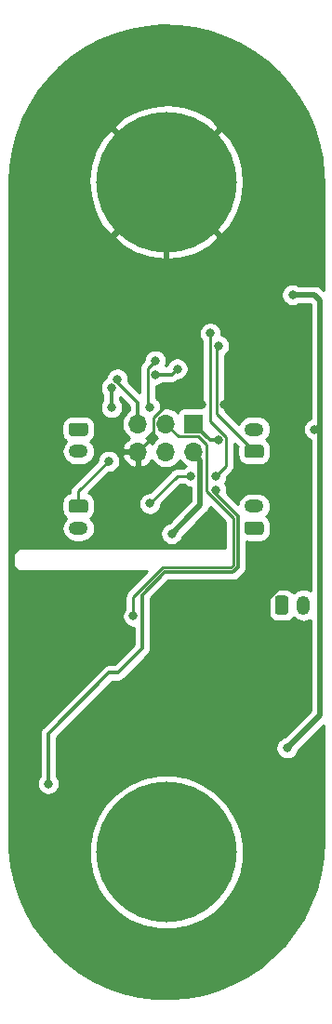
<source format=gbr>
G04 #@! TF.GenerationSoftware,KiCad,Pcbnew,5.1.10-88a1d61d58~88~ubuntu18.04.1*
G04 #@! TF.CreationDate,2021-11-17T21:44:28+08:00*
G04 #@! TF.ProjectId,ModuleV440,4d6f6475-6c65-4563-9434-302e6b696361,rev?*
G04 #@! TF.SameCoordinates,Original*
G04 #@! TF.FileFunction,Copper,L2,Bot*
G04 #@! TF.FilePolarity,Positive*
%FSLAX46Y46*%
G04 Gerber Fmt 4.6, Leading zero omitted, Abs format (unit mm)*
G04 Created by KiCad (PCBNEW 5.1.10-88a1d61d58~88~ubuntu18.04.1) date 2021-11-17 21:44:28*
%MOMM*%
%LPD*%
G01*
G04 APERTURE LIST*
G04 #@! TA.AperFunction,ComponentPad*
%ADD10R,1.700000X1.700000*%
G04 #@! TD*
G04 #@! TA.AperFunction,ComponentPad*
%ADD11O,1.700000X1.700000*%
G04 #@! TD*
G04 #@! TA.AperFunction,ComponentPad*
%ADD12O,1.750000X1.200000*%
G04 #@! TD*
G04 #@! TA.AperFunction,ComponentPad*
%ADD13O,1.200000X1.750000*%
G04 #@! TD*
G04 #@! TA.AperFunction,ComponentPad*
%ADD14C,0.900000*%
G04 #@! TD*
G04 #@! TA.AperFunction,ComponentPad*
%ADD15C,12.800000*%
G04 #@! TD*
G04 #@! TA.AperFunction,ViaPad*
%ADD16C,0.800000*%
G04 #@! TD*
G04 #@! TA.AperFunction,Conductor*
%ADD17C,0.500000*%
G04 #@! TD*
G04 #@! TA.AperFunction,Conductor*
%ADD18C,0.250000*%
G04 #@! TD*
G04 #@! TA.AperFunction,Conductor*
%ADD19C,1.000000*%
G04 #@! TD*
G04 #@! TA.AperFunction,Conductor*
%ADD20C,0.300000*%
G04 #@! TD*
G04 #@! TA.AperFunction,Conductor*
%ADD21C,0.254000*%
G04 #@! TD*
G04 #@! TA.AperFunction,Conductor*
%ADD22C,0.100000*%
G04 #@! TD*
G04 APERTURE END LIST*
D10*
X119417600Y-66837600D03*
D11*
X119417600Y-69377600D03*
X116877600Y-66837600D03*
X116877600Y-69377600D03*
X114337600Y-66837600D03*
X114337600Y-69377600D03*
D12*
X124917600Y-74337600D03*
G04 #@! TA.AperFunction,ComponentPad*
G36*
G01*
X125542601Y-76937600D02*
X124292599Y-76937600D01*
G75*
G02*
X124042600Y-76687601I0J249999D01*
G01*
X124042600Y-75987599D01*
G75*
G02*
X124292599Y-75737600I249999J0D01*
G01*
X125542601Y-75737600D01*
G75*
G02*
X125792600Y-75987599I0J-249999D01*
G01*
X125792600Y-76687601D01*
G75*
G02*
X125542601Y-76937600I-249999J0D01*
G01*
G37*
G04 #@! TD.AperFunction*
X108917600Y-76337600D03*
G04 #@! TA.AperFunction,ComponentPad*
G36*
G01*
X108292599Y-73737600D02*
X109542601Y-73737600D01*
G75*
G02*
X109792600Y-73987599I0J-249999D01*
G01*
X109792600Y-74687601D01*
G75*
G02*
X109542601Y-74937600I-249999J0D01*
G01*
X108292599Y-74937600D01*
G75*
G02*
X108042600Y-74687601I0J249999D01*
G01*
X108042600Y-73987599D01*
G75*
G02*
X108292599Y-73737600I249999J0D01*
G01*
G37*
G04 #@! TD.AperFunction*
D13*
X129417600Y-83337600D03*
G04 #@! TA.AperFunction,ComponentPad*
G36*
G01*
X126817600Y-83962601D02*
X126817600Y-82712599D01*
G75*
G02*
X127067599Y-82462600I249999J0D01*
G01*
X127767601Y-82462600D01*
G75*
G02*
X128017600Y-82712599I0J-249999D01*
G01*
X128017600Y-83962601D01*
G75*
G02*
X127767601Y-84212600I-249999J0D01*
G01*
X127067599Y-84212600D01*
G75*
G02*
X126817600Y-83962601I0J249999D01*
G01*
G37*
G04 #@! TD.AperFunction*
D12*
X124917600Y-67337600D03*
G04 #@! TA.AperFunction,ComponentPad*
G36*
G01*
X125542601Y-69937600D02*
X124292599Y-69937600D01*
G75*
G02*
X124042600Y-69687601I0J249999D01*
G01*
X124042600Y-68987599D01*
G75*
G02*
X124292599Y-68737600I249999J0D01*
G01*
X125542601Y-68737600D01*
G75*
G02*
X125792600Y-68987599I0J-249999D01*
G01*
X125792600Y-69687601D01*
G75*
G02*
X125542601Y-69937600I-249999J0D01*
G01*
G37*
G04 #@! TD.AperFunction*
G04 #@! TA.AperFunction,ComponentPad*
G36*
G01*
X108292599Y-66737600D02*
X109542601Y-66737600D01*
G75*
G02*
X109792600Y-66987599I0J-249999D01*
G01*
X109792600Y-67687601D01*
G75*
G02*
X109542601Y-67937600I-249999J0D01*
G01*
X108292599Y-67937600D01*
G75*
G02*
X108042600Y-67687601I0J249999D01*
G01*
X108042600Y-66987599D01*
G75*
G02*
X108292599Y-66737600I249999J0D01*
G01*
G37*
G04 #@! TD.AperFunction*
X108917600Y-69337600D03*
D14*
X120311713Y-41443487D03*
X116917600Y-40037600D03*
X113523487Y-41443487D03*
X112117600Y-44837600D03*
X113523487Y-48231713D03*
X116917600Y-49637600D03*
X120311713Y-48231713D03*
X121717600Y-44837600D03*
D15*
X116917600Y-44837600D03*
D14*
X120311713Y-102443487D03*
X116917600Y-101037600D03*
X113523487Y-102443487D03*
X112117600Y-105837600D03*
X113523487Y-109231713D03*
X116917600Y-110637600D03*
X120311713Y-109231713D03*
X121717600Y-105837600D03*
D15*
X116917600Y-105837600D03*
D16*
X107667600Y-103087600D03*
X127417600Y-102337600D03*
X116917600Y-52337600D03*
X109417600Y-52337600D03*
X117917600Y-56337600D03*
X105417600Y-56837600D03*
X129417600Y-58837600D03*
X111917600Y-75337600D03*
X122167600Y-65087600D03*
X120167600Y-65087600D03*
X128417600Y-91337600D03*
X107417600Y-85837600D03*
X107417600Y-91337600D03*
X114417600Y-91337600D03*
X121417600Y-91337600D03*
X107917600Y-110837600D03*
X111417600Y-113837600D03*
X116917600Y-115337600D03*
X122417600Y-113837600D03*
X125917600Y-110837600D03*
X110417600Y-97837600D03*
X126417600Y-79337600D03*
X127917600Y-72337600D03*
X104917600Y-76337600D03*
X104917600Y-68337600D03*
X111417600Y-67837600D03*
X111417600Y-73337600D03*
X129017601Y-65237599D03*
X104917600Y-52337600D03*
X106417600Y-46837600D03*
X106417600Y-40837600D03*
X110917600Y-36337600D03*
X116917600Y-34337600D03*
X122917600Y-36337600D03*
X126917600Y-40837600D03*
X126917600Y-46837600D03*
X126917600Y-51337600D03*
X121417600Y-84337600D03*
X127917600Y-96337600D03*
X130417600Y-67337600D03*
X117417600Y-76837600D03*
X128417600Y-55087600D03*
X121667600Y-59737610D03*
X111667600Y-70227611D03*
X115917600Y-62337600D03*
X117917600Y-61837600D03*
X120917600Y-58587600D03*
X121417600Y-71587600D03*
X119167600Y-71587600D03*
X115417600Y-74087600D03*
X115917600Y-61087600D03*
X115417600Y-65337600D03*
X112464585Y-62770879D03*
X111917600Y-63547610D03*
X111917600Y-65337600D03*
X121417600Y-72837600D03*
X106165151Y-99590049D03*
X113917600Y-84337600D03*
X121667600Y-68337600D03*
D17*
X116917600Y-44837600D02*
X116917600Y-52337600D01*
X116917600Y-44837600D02*
X109417600Y-52337600D01*
X117917600Y-53337600D02*
X116917600Y-52337600D01*
X117917600Y-56337600D02*
X117917600Y-53337600D01*
X106917600Y-52337600D02*
X109417600Y-52337600D01*
X105417600Y-56837600D02*
X105417600Y-53837600D01*
X105417600Y-53837600D02*
X106917600Y-52337600D01*
X129417600Y-58837600D02*
X122917600Y-52337600D01*
X122917600Y-52337600D02*
X116917600Y-52337600D01*
D18*
X114337600Y-72917600D02*
X114337600Y-69377600D01*
X111917600Y-75337600D02*
X114337600Y-72917600D01*
X115752599Y-67962601D02*
X114337600Y-69377600D01*
X115752599Y-66297599D02*
X115752599Y-67962601D01*
X116962598Y-65087600D02*
X115752599Y-66297599D01*
X120167600Y-65087600D02*
X116962598Y-65087600D01*
D19*
X121417600Y-113837600D02*
X126917600Y-108337600D01*
X107667600Y-109087600D02*
X112417600Y-113837600D01*
X127417600Y-107837600D02*
X127417600Y-102337600D01*
X112417600Y-113837600D02*
X121417600Y-113837600D01*
X107667600Y-103087600D02*
X107667600Y-109087600D01*
X129017601Y-79489789D02*
X129017601Y-65237599D01*
X125917600Y-82589790D02*
X129017601Y-79489789D01*
X125917600Y-100837600D02*
X125917600Y-82589790D01*
X129017601Y-59237599D02*
X129417600Y-58837600D01*
X127417600Y-102337600D02*
X125917600Y-100837600D01*
X126917600Y-108337600D02*
X127417600Y-107837600D01*
X129017601Y-65237599D02*
X129017601Y-59237599D01*
D17*
X127917600Y-96337600D02*
X130917600Y-93337600D01*
D20*
X130917600Y-66837600D02*
X130917600Y-66337600D01*
X130417600Y-67337600D02*
X130917600Y-66837600D01*
D17*
X130917600Y-93337600D02*
X130917600Y-66337600D01*
X130917600Y-66337600D02*
X130917600Y-63717600D01*
X119417600Y-69587600D02*
X120017591Y-70187591D01*
X119417600Y-69377600D02*
X119417600Y-69587600D01*
X120017591Y-74237609D02*
X119167600Y-75087600D01*
X120017591Y-70187591D02*
X120017591Y-74237609D01*
X119167600Y-75087600D02*
X117417600Y-76837600D01*
X130417600Y-55087600D02*
X130917600Y-55587600D01*
X128417600Y-55087600D02*
X130417600Y-55087600D01*
X130917600Y-63717600D02*
X130917600Y-55587600D01*
D18*
X108917600Y-74337600D02*
X108917600Y-72977611D01*
X108917600Y-72977611D02*
X111667600Y-70227611D01*
X121492599Y-59912611D02*
X121667600Y-59737610D01*
X124917600Y-69337600D02*
X121492599Y-65912599D01*
X121492599Y-65912599D02*
X121492599Y-59912611D01*
D20*
X115917600Y-62337600D02*
X117417600Y-62337600D01*
X117417600Y-62337600D02*
X117917600Y-61837600D01*
D18*
X122342601Y-70662599D02*
X121417600Y-71587600D01*
X122342601Y-68013599D02*
X122342601Y-70662599D01*
X120917600Y-58587600D02*
X120917600Y-66588598D01*
X120917600Y-66588598D02*
X122342601Y-68013599D01*
X119167600Y-71587600D02*
X117917600Y-71587600D01*
X117917600Y-71587600D02*
X115417600Y-74087600D01*
X115242599Y-65162599D02*
X115417600Y-65337600D01*
X115917600Y-61087600D02*
X115242599Y-61762601D01*
X115242599Y-61762601D02*
X115242599Y-65162599D01*
D20*
X114337600Y-64931608D02*
X114337600Y-66837600D01*
X112464585Y-63058593D02*
X114337600Y-64931608D01*
X112464585Y-62770879D02*
X112464585Y-63058593D01*
X111917600Y-63547610D02*
X111917600Y-65337600D01*
X111717600Y-89501596D02*
X112503604Y-89501596D01*
X114717600Y-87287600D02*
X114717600Y-82401190D01*
X123417620Y-75237212D02*
X121417600Y-73237192D01*
X112503604Y-89501596D02*
X114717600Y-87287600D01*
X106165151Y-95054045D02*
X111717600Y-89501596D01*
X122978268Y-80337620D02*
X123417620Y-79898267D01*
X123417620Y-79898267D02*
X123417620Y-75237212D01*
X121417600Y-73237192D02*
X121417600Y-72837600D01*
X106165151Y-99590049D02*
X106165151Y-95054045D01*
X114717600Y-82401190D02*
X116781170Y-80337620D01*
X116781170Y-80337620D02*
X122978268Y-80337620D01*
D18*
X113917600Y-82600136D02*
X116605126Y-79912610D01*
X118002601Y-67962601D02*
X116877600Y-66837600D01*
X122992610Y-75413256D02*
X120542601Y-72963247D01*
X122992610Y-79722223D02*
X122992610Y-75413256D01*
X116605126Y-79912610D02*
X122802223Y-79912610D01*
X120542601Y-68712601D02*
X119792601Y-67962601D01*
X119792601Y-67962601D02*
X118002601Y-67962601D01*
X122802223Y-79912610D02*
X122992610Y-79722223D01*
X120542601Y-72963247D02*
X120542601Y-68712601D01*
X113917600Y-84337600D02*
X113917600Y-82600136D01*
D20*
X120917600Y-68337600D02*
X119417600Y-66837600D01*
X121667600Y-68337600D02*
X120917600Y-68337600D01*
D21*
X118013847Y-30590656D02*
X119472515Y-30778809D01*
X120904115Y-31115907D01*
X122293497Y-31598382D01*
X123625901Y-32221108D01*
X124887254Y-32977508D01*
X126064163Y-33859552D01*
X127144173Y-34857901D01*
X128115841Y-35961983D01*
X128968870Y-37160096D01*
X129694224Y-38439547D01*
X130284212Y-39786773D01*
X130732595Y-41187520D01*
X131034616Y-42626934D01*
X131188008Y-44098718D01*
X131207600Y-44846906D01*
X131207600Y-54626022D01*
X131074134Y-54492556D01*
X131046417Y-54458783D01*
X130911659Y-54348189D01*
X130757913Y-54266011D01*
X130591090Y-54215405D01*
X130461077Y-54202600D01*
X130461069Y-54202600D01*
X130417600Y-54198319D01*
X130374131Y-54202600D01*
X128956054Y-54202600D01*
X128907856Y-54170395D01*
X128719498Y-54092374D01*
X128519539Y-54052600D01*
X128315661Y-54052600D01*
X128115702Y-54092374D01*
X127927344Y-54170395D01*
X127757826Y-54283663D01*
X127613663Y-54427826D01*
X127500395Y-54597344D01*
X127422374Y-54785702D01*
X127382600Y-54985661D01*
X127382600Y-55189539D01*
X127422374Y-55389498D01*
X127500395Y-55577856D01*
X127613663Y-55747374D01*
X127757826Y-55891537D01*
X127927344Y-56004805D01*
X128115702Y-56082826D01*
X128315661Y-56122600D01*
X128519539Y-56122600D01*
X128719498Y-56082826D01*
X128907856Y-56004805D01*
X128956054Y-55972600D01*
X130032601Y-55972600D01*
X130032600Y-63761076D01*
X130032601Y-63761086D01*
X130032600Y-66376796D01*
X129927344Y-66420395D01*
X129757826Y-66533663D01*
X129613663Y-66677826D01*
X129500395Y-66847344D01*
X129422374Y-67035702D01*
X129382600Y-67235661D01*
X129382600Y-67439539D01*
X129422374Y-67639498D01*
X129500395Y-67827856D01*
X129613663Y-67997374D01*
X129757826Y-68141537D01*
X129927344Y-68254805D01*
X130032601Y-68298404D01*
X130032600Y-81990974D01*
X129892500Y-81916089D01*
X129659701Y-81845470D01*
X129417600Y-81821625D01*
X129175498Y-81845470D01*
X128942699Y-81916089D01*
X128728151Y-82030767D01*
X128540098Y-82185098D01*
X128508409Y-82223711D01*
X128506005Y-82219213D01*
X128395562Y-82084638D01*
X128260987Y-81974195D01*
X128107451Y-81892128D01*
X127940855Y-81841592D01*
X127767601Y-81824528D01*
X127067599Y-81824528D01*
X126894345Y-81841592D01*
X126727749Y-81892128D01*
X126574213Y-81974195D01*
X126439638Y-82084638D01*
X126329195Y-82219213D01*
X126247128Y-82372749D01*
X126196592Y-82539345D01*
X126179528Y-82712599D01*
X126179528Y-83962601D01*
X126196592Y-84135855D01*
X126247128Y-84302451D01*
X126329195Y-84455987D01*
X126439638Y-84590562D01*
X126574213Y-84701005D01*
X126727749Y-84783072D01*
X126894345Y-84833608D01*
X127067599Y-84850672D01*
X127767601Y-84850672D01*
X127940855Y-84833608D01*
X128107451Y-84783072D01*
X128260987Y-84701005D01*
X128395562Y-84590562D01*
X128506005Y-84455987D01*
X128508410Y-84451488D01*
X128540099Y-84490102D01*
X128728152Y-84644433D01*
X128942700Y-84759111D01*
X129175499Y-84829730D01*
X129417600Y-84853575D01*
X129659702Y-84829730D01*
X129892501Y-84759111D01*
X130032600Y-84684227D01*
X130032600Y-92971021D01*
X127672557Y-95331065D01*
X127615702Y-95342374D01*
X127427344Y-95420395D01*
X127257826Y-95533663D01*
X127113663Y-95677826D01*
X127000395Y-95847344D01*
X126922374Y-96035702D01*
X126882600Y-96235661D01*
X126882600Y-96439539D01*
X126922374Y-96639498D01*
X127000395Y-96827856D01*
X127113663Y-96997374D01*
X127257826Y-97141537D01*
X127427344Y-97254805D01*
X127615702Y-97332826D01*
X127815661Y-97372600D01*
X128019539Y-97372600D01*
X128219498Y-97332826D01*
X128407856Y-97254805D01*
X128577374Y-97141537D01*
X128721537Y-96997374D01*
X128834805Y-96827856D01*
X128912826Y-96639498D01*
X128924135Y-96582643D01*
X131207601Y-94299178D01*
X131207601Y-104819301D01*
X131130966Y-106306409D01*
X130904694Y-107759650D01*
X130530233Y-109181952D01*
X130011562Y-110558205D01*
X129354160Y-111873873D01*
X128565009Y-113114981D01*
X127652455Y-114268405D01*
X126626179Y-115321906D01*
X125497034Y-116264344D01*
X124277012Y-117085711D01*
X122979006Y-117777327D01*
X121616793Y-118331850D01*
X120204796Y-118743409D01*
X118757975Y-119007645D01*
X117291643Y-119121761D01*
X115821353Y-119084544D01*
X114362685Y-118896391D01*
X112931083Y-118559293D01*
X111541711Y-118076821D01*
X110209302Y-117454094D01*
X108947946Y-116697692D01*
X107771037Y-115815648D01*
X106691019Y-114817290D01*
X105719357Y-113713215D01*
X104866330Y-112515104D01*
X104140976Y-111235653D01*
X103550988Y-109888427D01*
X103102605Y-108487680D01*
X102800584Y-107048264D01*
X102647192Y-105576482D01*
X102635886Y-105144713D01*
X109882600Y-105144713D01*
X109882600Y-106530487D01*
X110152951Y-107889634D01*
X110683264Y-109169922D01*
X111453159Y-110322151D01*
X112433049Y-111302041D01*
X113585278Y-112071936D01*
X114865566Y-112602249D01*
X116224713Y-112872600D01*
X117610487Y-112872600D01*
X118969634Y-112602249D01*
X120249922Y-112071936D01*
X121402151Y-111302041D01*
X122382041Y-110322151D01*
X123151936Y-109169922D01*
X123682249Y-107889634D01*
X123952600Y-106530487D01*
X123952600Y-105144713D01*
X123682249Y-103785566D01*
X123151936Y-102505278D01*
X122382041Y-101353049D01*
X121402151Y-100373159D01*
X120249922Y-99603264D01*
X118969634Y-99072951D01*
X117610487Y-98802600D01*
X116224713Y-98802600D01*
X114865566Y-99072951D01*
X113585278Y-99603264D01*
X112433049Y-100373159D01*
X111453159Y-101353049D01*
X110683264Y-102505278D01*
X110152951Y-103785566D01*
X109882600Y-105144713D01*
X102635886Y-105144713D01*
X102627600Y-104828294D01*
X102627600Y-101909408D01*
X102647407Y-98334298D01*
X102647612Y-98332211D01*
X102647600Y-98299548D01*
X102647782Y-98266658D01*
X102647587Y-98264556D01*
X102640320Y-78837600D01*
X102979286Y-78837600D01*
X102982600Y-78871247D01*
X102982600Y-79553953D01*
X102979286Y-79587600D01*
X102992512Y-79721883D01*
X103031681Y-79851006D01*
X103095288Y-79970007D01*
X103180889Y-80074311D01*
X103285193Y-80159912D01*
X103404194Y-80223519D01*
X103533317Y-80262688D01*
X103633953Y-80272600D01*
X103667600Y-80275914D01*
X103701247Y-80272600D01*
X115170334Y-80272600D01*
X113406598Y-82036337D01*
X113377600Y-82060135D01*
X113353802Y-82089133D01*
X113353801Y-82089134D01*
X113282626Y-82175860D01*
X113212054Y-82307890D01*
X113168598Y-82451151D01*
X113153924Y-82600136D01*
X113157601Y-82637468D01*
X113157600Y-83633889D01*
X113113663Y-83677826D01*
X113000395Y-83847344D01*
X112922374Y-84035702D01*
X112882600Y-84235661D01*
X112882600Y-84439539D01*
X112922374Y-84639498D01*
X113000395Y-84827856D01*
X113113663Y-84997374D01*
X113257826Y-85141537D01*
X113427344Y-85254805D01*
X113615702Y-85332826D01*
X113815661Y-85372600D01*
X113932600Y-85372600D01*
X113932600Y-86962442D01*
X112178447Y-88716596D01*
X111756156Y-88716596D01*
X111717600Y-88712799D01*
X111679044Y-88716596D01*
X111679039Y-88716596D01*
X111638626Y-88720576D01*
X111563713Y-88727954D01*
X111415740Y-88772842D01*
X111279367Y-88845734D01*
X111159836Y-88943832D01*
X111135255Y-88973784D01*
X105637336Y-94471703D01*
X105607388Y-94496281D01*
X105582810Y-94526229D01*
X105582806Y-94526233D01*
X105549841Y-94566401D01*
X105509290Y-94615812D01*
X105470328Y-94688705D01*
X105436397Y-94752186D01*
X105391510Y-94900159D01*
X105376354Y-95054045D01*
X105380152Y-95092608D01*
X105380151Y-98911338D01*
X105361214Y-98930275D01*
X105247946Y-99099793D01*
X105169925Y-99288151D01*
X105130151Y-99488110D01*
X105130151Y-99691988D01*
X105169925Y-99891947D01*
X105247946Y-100080305D01*
X105361214Y-100249823D01*
X105505377Y-100393986D01*
X105674895Y-100507254D01*
X105863253Y-100585275D01*
X106063212Y-100625049D01*
X106267090Y-100625049D01*
X106467049Y-100585275D01*
X106655407Y-100507254D01*
X106824925Y-100393986D01*
X106969088Y-100249823D01*
X107082356Y-100080305D01*
X107160377Y-99891947D01*
X107200151Y-99691988D01*
X107200151Y-99488110D01*
X107160377Y-99288151D01*
X107082356Y-99099793D01*
X106969088Y-98930275D01*
X106950151Y-98911338D01*
X106950151Y-95379202D01*
X112042757Y-90286596D01*
X112465051Y-90286596D01*
X112503604Y-90290393D01*
X112542157Y-90286596D01*
X112542165Y-90286596D01*
X112657491Y-90275237D01*
X112805464Y-90230350D01*
X112941837Y-90157458D01*
X113061368Y-90059360D01*
X113085951Y-90029406D01*
X115245417Y-87869941D01*
X115275364Y-87845364D01*
X115373462Y-87725833D01*
X115446354Y-87589460D01*
X115491241Y-87441487D01*
X115502600Y-87326161D01*
X115502600Y-87326154D01*
X115506397Y-87287601D01*
X115502600Y-87249048D01*
X115502600Y-82726347D01*
X117106327Y-81122620D01*
X122939713Y-81122620D01*
X122978268Y-81126417D01*
X123016821Y-81122620D01*
X123016829Y-81122620D01*
X123132155Y-81111261D01*
X123280128Y-81066374D01*
X123416501Y-80993482D01*
X123536032Y-80895384D01*
X123560620Y-80865424D01*
X123945426Y-80480617D01*
X123975384Y-80456031D01*
X124073482Y-80336500D01*
X124146374Y-80200127D01*
X124191261Y-80052154D01*
X124202620Y-79936828D01*
X124202620Y-79936820D01*
X124206417Y-79898267D01*
X124202620Y-79859714D01*
X124202620Y-77566810D01*
X124292599Y-77575672D01*
X125542601Y-77575672D01*
X125715855Y-77558608D01*
X125882451Y-77508072D01*
X126035987Y-77426005D01*
X126170562Y-77315562D01*
X126281005Y-77180987D01*
X126363072Y-77027451D01*
X126413608Y-76860855D01*
X126430672Y-76687601D01*
X126430672Y-75987599D01*
X126413608Y-75814345D01*
X126363072Y-75647749D01*
X126281005Y-75494213D01*
X126170562Y-75359638D01*
X126035987Y-75249195D01*
X126031489Y-75246791D01*
X126070102Y-75215102D01*
X126224433Y-75027049D01*
X126339111Y-74812501D01*
X126409730Y-74579702D01*
X126433575Y-74337600D01*
X126409730Y-74095498D01*
X126339111Y-73862699D01*
X126224433Y-73648151D01*
X126070102Y-73460098D01*
X125882049Y-73305767D01*
X125667501Y-73191089D01*
X125434702Y-73120470D01*
X125253265Y-73102600D01*
X124581935Y-73102600D01*
X124400498Y-73120470D01*
X124167699Y-73191089D01*
X123953151Y-73305767D01*
X123765098Y-73460098D01*
X123610767Y-73648151D01*
X123496089Y-73862699D01*
X123425470Y-74095498D01*
X123421937Y-74131371D01*
X122415686Y-73125121D01*
X122452600Y-72939539D01*
X122452600Y-72735661D01*
X122412826Y-72535702D01*
X122334805Y-72347344D01*
X122244772Y-72212600D01*
X122334805Y-72077856D01*
X122412826Y-71889498D01*
X122452600Y-71689539D01*
X122452600Y-71627402D01*
X122853604Y-71226398D01*
X122882602Y-71202600D01*
X122930024Y-71144816D01*
X122977575Y-71086876D01*
X123048147Y-70954846D01*
X123056343Y-70927826D01*
X123091604Y-70811585D01*
X123102601Y-70699932D01*
X123102601Y-70699922D01*
X123106277Y-70662599D01*
X123102601Y-70625276D01*
X123102601Y-68597403D01*
X123412442Y-68907244D01*
X123404528Y-68987599D01*
X123404528Y-69687601D01*
X123421592Y-69860855D01*
X123472128Y-70027451D01*
X123554195Y-70180987D01*
X123664638Y-70315562D01*
X123799213Y-70426005D01*
X123952749Y-70508072D01*
X124119345Y-70558608D01*
X124292599Y-70575672D01*
X125542601Y-70575672D01*
X125715855Y-70558608D01*
X125882451Y-70508072D01*
X126035987Y-70426005D01*
X126170562Y-70315562D01*
X126281005Y-70180987D01*
X126363072Y-70027451D01*
X126413608Y-69860855D01*
X126430672Y-69687601D01*
X126430672Y-68987599D01*
X126413608Y-68814345D01*
X126363072Y-68647749D01*
X126281005Y-68494213D01*
X126170562Y-68359638D01*
X126035987Y-68249195D01*
X126031489Y-68246791D01*
X126070102Y-68215102D01*
X126224433Y-68027049D01*
X126339111Y-67812501D01*
X126409730Y-67579702D01*
X126433575Y-67337600D01*
X126409730Y-67095498D01*
X126339111Y-66862699D01*
X126224433Y-66648151D01*
X126070102Y-66460098D01*
X125882049Y-66305767D01*
X125667501Y-66191089D01*
X125434702Y-66120470D01*
X125253265Y-66102600D01*
X124581935Y-66102600D01*
X124400498Y-66120470D01*
X124167699Y-66191089D01*
X123953151Y-66305767D01*
X123765098Y-66460098D01*
X123610767Y-66648151D01*
X123503547Y-66848746D01*
X122252599Y-65597798D01*
X122252599Y-60591510D01*
X122327374Y-60541547D01*
X122471537Y-60397384D01*
X122584805Y-60227866D01*
X122662826Y-60039508D01*
X122702600Y-59839549D01*
X122702600Y-59635671D01*
X122662826Y-59435712D01*
X122584805Y-59247354D01*
X122471537Y-59077836D01*
X122327374Y-58933673D01*
X122157856Y-58820405D01*
X121969498Y-58742384D01*
X121943132Y-58737139D01*
X121952600Y-58689539D01*
X121952600Y-58485661D01*
X121912826Y-58285702D01*
X121834805Y-58097344D01*
X121721537Y-57927826D01*
X121577374Y-57783663D01*
X121407856Y-57670395D01*
X121219498Y-57592374D01*
X121019539Y-57552600D01*
X120815661Y-57552600D01*
X120615702Y-57592374D01*
X120427344Y-57670395D01*
X120257826Y-57783663D01*
X120113663Y-57927826D01*
X120000395Y-58097344D01*
X119922374Y-58285702D01*
X119882600Y-58485661D01*
X119882600Y-58689539D01*
X119922374Y-58889498D01*
X120000395Y-59077856D01*
X120113663Y-59247374D01*
X120157600Y-59291311D01*
X120157601Y-65349528D01*
X118567600Y-65349528D01*
X118443118Y-65361788D01*
X118323420Y-65398098D01*
X118213106Y-65457063D01*
X118116415Y-65536415D01*
X118037063Y-65633106D01*
X117978098Y-65743420D01*
X117956087Y-65815980D01*
X117824232Y-65684125D01*
X117581011Y-65521610D01*
X117310758Y-65409668D01*
X117023860Y-65352600D01*
X116731340Y-65352600D01*
X116452600Y-65408045D01*
X116452600Y-65235661D01*
X116412826Y-65035702D01*
X116334805Y-64847344D01*
X116221537Y-64677826D01*
X116077374Y-64533663D01*
X116002599Y-64483700D01*
X116002599Y-63372600D01*
X116019539Y-63372600D01*
X116219498Y-63332826D01*
X116407856Y-63254805D01*
X116577374Y-63141537D01*
X116596311Y-63122600D01*
X117379047Y-63122600D01*
X117417600Y-63126397D01*
X117456153Y-63122600D01*
X117456161Y-63122600D01*
X117571487Y-63111241D01*
X117719460Y-63066354D01*
X117855833Y-62993462D01*
X117975364Y-62895364D01*
X117994046Y-62872600D01*
X118019539Y-62872600D01*
X118219498Y-62832826D01*
X118407856Y-62754805D01*
X118577374Y-62641537D01*
X118721537Y-62497374D01*
X118834805Y-62327856D01*
X118912826Y-62139498D01*
X118952600Y-61939539D01*
X118952600Y-61735661D01*
X118912826Y-61535702D01*
X118834805Y-61347344D01*
X118721537Y-61177826D01*
X118577374Y-61033663D01*
X118407856Y-60920395D01*
X118219498Y-60842374D01*
X118019539Y-60802600D01*
X117815661Y-60802600D01*
X117615702Y-60842374D01*
X117427344Y-60920395D01*
X117257826Y-61033663D01*
X117113663Y-61177826D01*
X117000395Y-61347344D01*
X116922374Y-61535702D01*
X116919013Y-61552600D01*
X116845266Y-61552600D01*
X116912826Y-61389498D01*
X116952600Y-61189539D01*
X116952600Y-60985661D01*
X116912826Y-60785702D01*
X116834805Y-60597344D01*
X116721537Y-60427826D01*
X116577374Y-60283663D01*
X116407856Y-60170395D01*
X116219498Y-60092374D01*
X116019539Y-60052600D01*
X115815661Y-60052600D01*
X115615702Y-60092374D01*
X115427344Y-60170395D01*
X115257826Y-60283663D01*
X115113663Y-60427826D01*
X115000395Y-60597344D01*
X114922374Y-60785702D01*
X114882600Y-60985661D01*
X114882600Y-61047799D01*
X114731601Y-61198798D01*
X114702598Y-61222600D01*
X114655626Y-61279836D01*
X114607625Y-61338325D01*
X114537054Y-61470354D01*
X114537053Y-61470355D01*
X114493596Y-61613616D01*
X114482599Y-61725269D01*
X114482599Y-61725279D01*
X114478923Y-61762601D01*
X114482599Y-61799924D01*
X114482600Y-63966450D01*
X113481232Y-62965083D01*
X113499585Y-62872818D01*
X113499585Y-62668940D01*
X113459811Y-62468981D01*
X113381790Y-62280623D01*
X113268522Y-62111105D01*
X113124359Y-61966942D01*
X112954841Y-61853674D01*
X112766483Y-61775653D01*
X112566524Y-61735879D01*
X112362646Y-61735879D01*
X112162687Y-61775653D01*
X111974329Y-61853674D01*
X111804811Y-61966942D01*
X111660648Y-62111105D01*
X111547380Y-62280623D01*
X111469359Y-62468981D01*
X111438139Y-62625933D01*
X111427344Y-62630405D01*
X111257826Y-62743673D01*
X111113663Y-62887836D01*
X111000395Y-63057354D01*
X110922374Y-63245712D01*
X110882600Y-63445671D01*
X110882600Y-63649549D01*
X110922374Y-63849508D01*
X111000395Y-64037866D01*
X111113663Y-64207384D01*
X111132600Y-64226321D01*
X111132601Y-64658888D01*
X111113663Y-64677826D01*
X111000395Y-64847344D01*
X110922374Y-65035702D01*
X110882600Y-65235661D01*
X110882600Y-65439539D01*
X110922374Y-65639498D01*
X111000395Y-65827856D01*
X111113663Y-65997374D01*
X111257826Y-66141537D01*
X111427344Y-66254805D01*
X111615702Y-66332826D01*
X111815661Y-66372600D01*
X112019539Y-66372600D01*
X112219498Y-66332826D01*
X112407856Y-66254805D01*
X112577374Y-66141537D01*
X112721537Y-65997374D01*
X112834805Y-65827856D01*
X112912826Y-65639498D01*
X112952600Y-65439539D01*
X112952600Y-65235661D01*
X112912826Y-65035702D01*
X112834805Y-64847344D01*
X112721537Y-64677826D01*
X112702600Y-64658889D01*
X112702600Y-64406765D01*
X113552600Y-65256766D01*
X113552600Y-65576126D01*
X113390968Y-65684125D01*
X113184125Y-65890968D01*
X113021610Y-66134189D01*
X112909668Y-66404442D01*
X112852600Y-66691340D01*
X112852600Y-66983860D01*
X112909668Y-67270758D01*
X113021610Y-67541011D01*
X113184125Y-67784232D01*
X113390968Y-67991075D01*
X113567006Y-68108700D01*
X113337331Y-68280012D01*
X113142422Y-68496245D01*
X112993443Y-68746348D01*
X112896119Y-69020709D01*
X113016786Y-69250600D01*
X114210600Y-69250600D01*
X114210600Y-69230600D01*
X114464600Y-69230600D01*
X114464600Y-69250600D01*
X114484600Y-69250600D01*
X114484600Y-69504600D01*
X114464600Y-69504600D01*
X114464600Y-70697755D01*
X114694490Y-70819076D01*
X114841699Y-70774425D01*
X115104520Y-70649241D01*
X115337869Y-70475188D01*
X115532778Y-70258955D01*
X115602405Y-70142066D01*
X115724125Y-70324232D01*
X115930968Y-70531075D01*
X116174189Y-70693590D01*
X116444442Y-70805532D01*
X116731340Y-70862600D01*
X117023860Y-70862600D01*
X117310758Y-70805532D01*
X117581011Y-70693590D01*
X117824232Y-70531075D01*
X118031075Y-70324232D01*
X118147600Y-70149840D01*
X118264125Y-70324232D01*
X118470968Y-70531075D01*
X118678660Y-70669850D01*
X118677344Y-70670395D01*
X118507826Y-70783663D01*
X118463889Y-70827600D01*
X117954923Y-70827600D01*
X117917600Y-70823924D01*
X117880277Y-70827600D01*
X117880267Y-70827600D01*
X117768614Y-70838597D01*
X117625353Y-70882054D01*
X117493323Y-70952626D01*
X117424414Y-71009179D01*
X117377599Y-71047599D01*
X117353801Y-71076597D01*
X115377799Y-73052600D01*
X115315661Y-73052600D01*
X115115702Y-73092374D01*
X114927344Y-73170395D01*
X114757826Y-73283663D01*
X114613663Y-73427826D01*
X114500395Y-73597344D01*
X114422374Y-73785702D01*
X114382600Y-73985661D01*
X114382600Y-74189539D01*
X114422374Y-74389498D01*
X114500395Y-74577856D01*
X114613663Y-74747374D01*
X114757826Y-74891537D01*
X114927344Y-75004805D01*
X115115702Y-75082826D01*
X115315661Y-75122600D01*
X115519539Y-75122600D01*
X115719498Y-75082826D01*
X115907856Y-75004805D01*
X116077374Y-74891537D01*
X116221537Y-74747374D01*
X116334805Y-74577856D01*
X116412826Y-74389498D01*
X116452600Y-74189539D01*
X116452600Y-74127401D01*
X118232402Y-72347600D01*
X118463889Y-72347600D01*
X118507826Y-72391537D01*
X118677344Y-72504805D01*
X118865702Y-72582826D01*
X119065661Y-72622600D01*
X119132592Y-72622600D01*
X119132592Y-73871029D01*
X118572558Y-74431064D01*
X118572553Y-74431068D01*
X117172557Y-75831065D01*
X117115702Y-75842374D01*
X116927344Y-75920395D01*
X116757826Y-76033663D01*
X116613663Y-76177826D01*
X116500395Y-76347344D01*
X116422374Y-76535702D01*
X116382600Y-76735661D01*
X116382600Y-76939539D01*
X116422374Y-77139498D01*
X116500395Y-77327856D01*
X116613663Y-77497374D01*
X116757826Y-77641537D01*
X116927344Y-77754805D01*
X117115702Y-77832826D01*
X117315661Y-77872600D01*
X117519539Y-77872600D01*
X117719498Y-77832826D01*
X117907856Y-77754805D01*
X118077374Y-77641537D01*
X118221537Y-77497374D01*
X118334805Y-77327856D01*
X118412826Y-77139498D01*
X118424135Y-77082643D01*
X119824132Y-75682647D01*
X119824136Y-75682642D01*
X120612640Y-74894139D01*
X120646408Y-74866426D01*
X120690664Y-74812501D01*
X120757002Y-74731668D01*
X120784914Y-74679448D01*
X120839180Y-74577922D01*
X120889786Y-74411099D01*
X120892105Y-74387552D01*
X122232611Y-75728059D01*
X122232610Y-78152600D01*
X103701247Y-78152600D01*
X103667600Y-78149286D01*
X103633953Y-78152600D01*
X103533317Y-78162512D01*
X103404194Y-78201681D01*
X103285193Y-78265288D01*
X103180889Y-78350889D01*
X103095288Y-78455193D01*
X103031681Y-78574194D01*
X102992512Y-78703317D01*
X102979286Y-78837600D01*
X102640320Y-78837600D01*
X102639385Y-76337600D01*
X107401625Y-76337600D01*
X107425470Y-76579702D01*
X107496089Y-76812501D01*
X107610767Y-77027049D01*
X107765098Y-77215102D01*
X107953151Y-77369433D01*
X108167699Y-77484111D01*
X108400498Y-77554730D01*
X108581935Y-77572600D01*
X109253265Y-77572600D01*
X109434702Y-77554730D01*
X109667501Y-77484111D01*
X109882049Y-77369433D01*
X110070102Y-77215102D01*
X110224433Y-77027049D01*
X110339111Y-76812501D01*
X110409730Y-76579702D01*
X110433575Y-76337600D01*
X110409730Y-76095498D01*
X110339111Y-75862699D01*
X110224433Y-75648151D01*
X110070102Y-75460098D01*
X110031489Y-75428409D01*
X110035987Y-75426005D01*
X110170562Y-75315562D01*
X110281005Y-75180987D01*
X110363072Y-75027451D01*
X110413608Y-74860855D01*
X110430672Y-74687601D01*
X110430672Y-73987599D01*
X110413608Y-73814345D01*
X110363072Y-73647749D01*
X110281005Y-73494213D01*
X110170562Y-73359638D01*
X110035987Y-73249195D01*
X109882451Y-73167128D01*
X109821403Y-73148609D01*
X111707402Y-71262611D01*
X111769539Y-71262611D01*
X111969498Y-71222837D01*
X112157856Y-71144816D01*
X112327374Y-71031548D01*
X112471537Y-70887385D01*
X112584805Y-70717867D01*
X112662826Y-70529509D01*
X112702600Y-70329550D01*
X112702600Y-70125672D01*
X112662826Y-69925713D01*
X112584805Y-69737355D01*
X112582892Y-69734491D01*
X112896119Y-69734491D01*
X112993443Y-70008852D01*
X113142422Y-70258955D01*
X113337331Y-70475188D01*
X113570680Y-70649241D01*
X113833501Y-70774425D01*
X113980710Y-70819076D01*
X114210600Y-70697755D01*
X114210600Y-69504600D01*
X113016786Y-69504600D01*
X112896119Y-69734491D01*
X112582892Y-69734491D01*
X112471537Y-69567837D01*
X112327374Y-69423674D01*
X112157856Y-69310406D01*
X111969498Y-69232385D01*
X111769539Y-69192611D01*
X111565661Y-69192611D01*
X111365702Y-69232385D01*
X111177344Y-69310406D01*
X111007826Y-69423674D01*
X110863663Y-69567837D01*
X110750395Y-69737355D01*
X110672374Y-69925713D01*
X110632600Y-70125672D01*
X110632600Y-70187809D01*
X108406598Y-72413812D01*
X108377600Y-72437610D01*
X108353802Y-72466608D01*
X108353801Y-72466609D01*
X108282626Y-72553335D01*
X108212054Y-72685365D01*
X108168598Y-72828626D01*
X108153924Y-72977611D01*
X108157601Y-73014943D01*
X108157601Y-73112824D01*
X108119345Y-73116592D01*
X107952749Y-73167128D01*
X107799213Y-73249195D01*
X107664638Y-73359638D01*
X107554195Y-73494213D01*
X107472128Y-73647749D01*
X107421592Y-73814345D01*
X107404528Y-73987599D01*
X107404528Y-74687601D01*
X107421592Y-74860855D01*
X107472128Y-75027451D01*
X107554195Y-75180987D01*
X107664638Y-75315562D01*
X107799213Y-75426005D01*
X107803711Y-75428409D01*
X107765098Y-75460098D01*
X107610767Y-75648151D01*
X107496089Y-75862699D01*
X107425470Y-76095498D01*
X107401625Y-76337600D01*
X102639385Y-76337600D01*
X102636766Y-69337600D01*
X107401625Y-69337600D01*
X107425470Y-69579702D01*
X107496089Y-69812501D01*
X107610767Y-70027049D01*
X107765098Y-70215102D01*
X107953151Y-70369433D01*
X108167699Y-70484111D01*
X108400498Y-70554730D01*
X108581935Y-70572600D01*
X109253265Y-70572600D01*
X109434702Y-70554730D01*
X109667501Y-70484111D01*
X109882049Y-70369433D01*
X110070102Y-70215102D01*
X110224433Y-70027049D01*
X110339111Y-69812501D01*
X110409730Y-69579702D01*
X110433575Y-69337600D01*
X110409730Y-69095498D01*
X110339111Y-68862699D01*
X110224433Y-68648151D01*
X110070102Y-68460098D01*
X110031489Y-68428409D01*
X110035987Y-68426005D01*
X110170562Y-68315562D01*
X110281005Y-68180987D01*
X110363072Y-68027451D01*
X110413608Y-67860855D01*
X110430672Y-67687601D01*
X110430672Y-66987599D01*
X110413608Y-66814345D01*
X110363072Y-66647749D01*
X110281005Y-66494213D01*
X110170562Y-66359638D01*
X110035987Y-66249195D01*
X109882451Y-66167128D01*
X109715855Y-66116592D01*
X109542601Y-66099528D01*
X108292599Y-66099528D01*
X108119345Y-66116592D01*
X107952749Y-66167128D01*
X107799213Y-66249195D01*
X107664638Y-66359638D01*
X107554195Y-66494213D01*
X107472128Y-66647749D01*
X107421592Y-66814345D01*
X107404528Y-66987599D01*
X107404528Y-67687601D01*
X107421592Y-67860855D01*
X107472128Y-68027451D01*
X107554195Y-68180987D01*
X107664638Y-68315562D01*
X107799213Y-68426005D01*
X107803711Y-68428409D01*
X107765098Y-68460098D01*
X107610767Y-68648151D01*
X107496089Y-68862699D01*
X107425470Y-69095498D01*
X107401625Y-69337600D01*
X102636766Y-69337600D01*
X102629461Y-49812890D01*
X112121916Y-49812890D01*
X112865939Y-50630298D01*
X114073889Y-51309433D01*
X115391123Y-51739860D01*
X116767018Y-51905035D01*
X118148700Y-51798614D01*
X119483071Y-51424684D01*
X120718853Y-50797617D01*
X120969261Y-50630298D01*
X121713284Y-49812890D01*
X120874430Y-48974036D01*
X120874430Y-48974035D01*
X116917600Y-45017205D01*
X112960770Y-48974035D01*
X112960770Y-48974036D01*
X112121916Y-49812890D01*
X102629461Y-49812890D01*
X102627606Y-44855765D01*
X102636302Y-44687018D01*
X109850165Y-44687018D01*
X109956586Y-46068700D01*
X110330516Y-47403071D01*
X110957583Y-48638853D01*
X111124902Y-48889261D01*
X111942310Y-49633284D01*
X112781164Y-48794430D01*
X112781165Y-48794430D01*
X116737995Y-44837600D01*
X117097205Y-44837600D01*
X121054035Y-48794430D01*
X121054036Y-48794430D01*
X121892890Y-49633284D01*
X122710298Y-48889261D01*
X123389433Y-47681311D01*
X123819860Y-46364077D01*
X123985035Y-44988182D01*
X123878614Y-43606500D01*
X123504684Y-42272129D01*
X122877617Y-41036347D01*
X122710298Y-40785939D01*
X121892890Y-40041916D01*
X121054036Y-40880770D01*
X121054035Y-40880770D01*
X117097205Y-44837600D01*
X116737995Y-44837600D01*
X112781165Y-40880770D01*
X112781164Y-40880770D01*
X111942310Y-40041916D01*
X111124902Y-40785939D01*
X110445767Y-41993889D01*
X110015340Y-43311123D01*
X109850165Y-44687018D01*
X102636302Y-44687018D01*
X102704234Y-43368791D01*
X102930506Y-41915550D01*
X103304967Y-40493248D01*
X103542749Y-39862310D01*
X112121916Y-39862310D01*
X112960770Y-40701164D01*
X112960770Y-40701165D01*
X116917600Y-44657995D01*
X120874430Y-40701165D01*
X120874430Y-40701164D01*
X121713284Y-39862310D01*
X120969261Y-39044902D01*
X119761311Y-38365767D01*
X118444077Y-37935340D01*
X117068182Y-37770165D01*
X115686500Y-37876586D01*
X114352129Y-38250516D01*
X113116347Y-38877583D01*
X112865939Y-39044902D01*
X112121916Y-39862310D01*
X103542749Y-39862310D01*
X103823639Y-39116992D01*
X104481033Y-37801339D01*
X105270194Y-36560214D01*
X106182745Y-35406796D01*
X107209022Y-34353294D01*
X108338160Y-33410860D01*
X109558188Y-32589489D01*
X110856194Y-31897873D01*
X112218413Y-31343348D01*
X113630413Y-30931789D01*
X115077225Y-30667555D01*
X116543556Y-30553439D01*
X118013847Y-30590656D01*
G04 #@! TA.AperFunction,Conductor*
D22*
G36*
X118013847Y-30590656D02*
G01*
X119472515Y-30778809D01*
X120904115Y-31115907D01*
X122293497Y-31598382D01*
X123625901Y-32221108D01*
X124887254Y-32977508D01*
X126064163Y-33859552D01*
X127144173Y-34857901D01*
X128115841Y-35961983D01*
X128968870Y-37160096D01*
X129694224Y-38439547D01*
X130284212Y-39786773D01*
X130732595Y-41187520D01*
X131034616Y-42626934D01*
X131188008Y-44098718D01*
X131207600Y-44846906D01*
X131207600Y-54626022D01*
X131074134Y-54492556D01*
X131046417Y-54458783D01*
X130911659Y-54348189D01*
X130757913Y-54266011D01*
X130591090Y-54215405D01*
X130461077Y-54202600D01*
X130461069Y-54202600D01*
X130417600Y-54198319D01*
X130374131Y-54202600D01*
X128956054Y-54202600D01*
X128907856Y-54170395D01*
X128719498Y-54092374D01*
X128519539Y-54052600D01*
X128315661Y-54052600D01*
X128115702Y-54092374D01*
X127927344Y-54170395D01*
X127757826Y-54283663D01*
X127613663Y-54427826D01*
X127500395Y-54597344D01*
X127422374Y-54785702D01*
X127382600Y-54985661D01*
X127382600Y-55189539D01*
X127422374Y-55389498D01*
X127500395Y-55577856D01*
X127613663Y-55747374D01*
X127757826Y-55891537D01*
X127927344Y-56004805D01*
X128115702Y-56082826D01*
X128315661Y-56122600D01*
X128519539Y-56122600D01*
X128719498Y-56082826D01*
X128907856Y-56004805D01*
X128956054Y-55972600D01*
X130032601Y-55972600D01*
X130032600Y-63761076D01*
X130032601Y-63761086D01*
X130032600Y-66376796D01*
X129927344Y-66420395D01*
X129757826Y-66533663D01*
X129613663Y-66677826D01*
X129500395Y-66847344D01*
X129422374Y-67035702D01*
X129382600Y-67235661D01*
X129382600Y-67439539D01*
X129422374Y-67639498D01*
X129500395Y-67827856D01*
X129613663Y-67997374D01*
X129757826Y-68141537D01*
X129927344Y-68254805D01*
X130032601Y-68298404D01*
X130032600Y-81990974D01*
X129892500Y-81916089D01*
X129659701Y-81845470D01*
X129417600Y-81821625D01*
X129175498Y-81845470D01*
X128942699Y-81916089D01*
X128728151Y-82030767D01*
X128540098Y-82185098D01*
X128508409Y-82223711D01*
X128506005Y-82219213D01*
X128395562Y-82084638D01*
X128260987Y-81974195D01*
X128107451Y-81892128D01*
X127940855Y-81841592D01*
X127767601Y-81824528D01*
X127067599Y-81824528D01*
X126894345Y-81841592D01*
X126727749Y-81892128D01*
X126574213Y-81974195D01*
X126439638Y-82084638D01*
X126329195Y-82219213D01*
X126247128Y-82372749D01*
X126196592Y-82539345D01*
X126179528Y-82712599D01*
X126179528Y-83962601D01*
X126196592Y-84135855D01*
X126247128Y-84302451D01*
X126329195Y-84455987D01*
X126439638Y-84590562D01*
X126574213Y-84701005D01*
X126727749Y-84783072D01*
X126894345Y-84833608D01*
X127067599Y-84850672D01*
X127767601Y-84850672D01*
X127940855Y-84833608D01*
X128107451Y-84783072D01*
X128260987Y-84701005D01*
X128395562Y-84590562D01*
X128506005Y-84455987D01*
X128508410Y-84451488D01*
X128540099Y-84490102D01*
X128728152Y-84644433D01*
X128942700Y-84759111D01*
X129175499Y-84829730D01*
X129417600Y-84853575D01*
X129659702Y-84829730D01*
X129892501Y-84759111D01*
X130032600Y-84684227D01*
X130032600Y-92971021D01*
X127672557Y-95331065D01*
X127615702Y-95342374D01*
X127427344Y-95420395D01*
X127257826Y-95533663D01*
X127113663Y-95677826D01*
X127000395Y-95847344D01*
X126922374Y-96035702D01*
X126882600Y-96235661D01*
X126882600Y-96439539D01*
X126922374Y-96639498D01*
X127000395Y-96827856D01*
X127113663Y-96997374D01*
X127257826Y-97141537D01*
X127427344Y-97254805D01*
X127615702Y-97332826D01*
X127815661Y-97372600D01*
X128019539Y-97372600D01*
X128219498Y-97332826D01*
X128407856Y-97254805D01*
X128577374Y-97141537D01*
X128721537Y-96997374D01*
X128834805Y-96827856D01*
X128912826Y-96639498D01*
X128924135Y-96582643D01*
X131207601Y-94299178D01*
X131207601Y-104819301D01*
X131130966Y-106306409D01*
X130904694Y-107759650D01*
X130530233Y-109181952D01*
X130011562Y-110558205D01*
X129354160Y-111873873D01*
X128565009Y-113114981D01*
X127652455Y-114268405D01*
X126626179Y-115321906D01*
X125497034Y-116264344D01*
X124277012Y-117085711D01*
X122979006Y-117777327D01*
X121616793Y-118331850D01*
X120204796Y-118743409D01*
X118757975Y-119007645D01*
X117291643Y-119121761D01*
X115821353Y-119084544D01*
X114362685Y-118896391D01*
X112931083Y-118559293D01*
X111541711Y-118076821D01*
X110209302Y-117454094D01*
X108947946Y-116697692D01*
X107771037Y-115815648D01*
X106691019Y-114817290D01*
X105719357Y-113713215D01*
X104866330Y-112515104D01*
X104140976Y-111235653D01*
X103550988Y-109888427D01*
X103102605Y-108487680D01*
X102800584Y-107048264D01*
X102647192Y-105576482D01*
X102635886Y-105144713D01*
X109882600Y-105144713D01*
X109882600Y-106530487D01*
X110152951Y-107889634D01*
X110683264Y-109169922D01*
X111453159Y-110322151D01*
X112433049Y-111302041D01*
X113585278Y-112071936D01*
X114865566Y-112602249D01*
X116224713Y-112872600D01*
X117610487Y-112872600D01*
X118969634Y-112602249D01*
X120249922Y-112071936D01*
X121402151Y-111302041D01*
X122382041Y-110322151D01*
X123151936Y-109169922D01*
X123682249Y-107889634D01*
X123952600Y-106530487D01*
X123952600Y-105144713D01*
X123682249Y-103785566D01*
X123151936Y-102505278D01*
X122382041Y-101353049D01*
X121402151Y-100373159D01*
X120249922Y-99603264D01*
X118969634Y-99072951D01*
X117610487Y-98802600D01*
X116224713Y-98802600D01*
X114865566Y-99072951D01*
X113585278Y-99603264D01*
X112433049Y-100373159D01*
X111453159Y-101353049D01*
X110683264Y-102505278D01*
X110152951Y-103785566D01*
X109882600Y-105144713D01*
X102635886Y-105144713D01*
X102627600Y-104828294D01*
X102627600Y-101909408D01*
X102647407Y-98334298D01*
X102647612Y-98332211D01*
X102647600Y-98299548D01*
X102647782Y-98266658D01*
X102647587Y-98264556D01*
X102640320Y-78837600D01*
X102979286Y-78837600D01*
X102982600Y-78871247D01*
X102982600Y-79553953D01*
X102979286Y-79587600D01*
X102992512Y-79721883D01*
X103031681Y-79851006D01*
X103095288Y-79970007D01*
X103180889Y-80074311D01*
X103285193Y-80159912D01*
X103404194Y-80223519D01*
X103533317Y-80262688D01*
X103633953Y-80272600D01*
X103667600Y-80275914D01*
X103701247Y-80272600D01*
X115170334Y-80272600D01*
X113406598Y-82036337D01*
X113377600Y-82060135D01*
X113353802Y-82089133D01*
X113353801Y-82089134D01*
X113282626Y-82175860D01*
X113212054Y-82307890D01*
X113168598Y-82451151D01*
X113153924Y-82600136D01*
X113157601Y-82637468D01*
X113157600Y-83633889D01*
X113113663Y-83677826D01*
X113000395Y-83847344D01*
X112922374Y-84035702D01*
X112882600Y-84235661D01*
X112882600Y-84439539D01*
X112922374Y-84639498D01*
X113000395Y-84827856D01*
X113113663Y-84997374D01*
X113257826Y-85141537D01*
X113427344Y-85254805D01*
X113615702Y-85332826D01*
X113815661Y-85372600D01*
X113932600Y-85372600D01*
X113932600Y-86962442D01*
X112178447Y-88716596D01*
X111756156Y-88716596D01*
X111717600Y-88712799D01*
X111679044Y-88716596D01*
X111679039Y-88716596D01*
X111638626Y-88720576D01*
X111563713Y-88727954D01*
X111415740Y-88772842D01*
X111279367Y-88845734D01*
X111159836Y-88943832D01*
X111135255Y-88973784D01*
X105637336Y-94471703D01*
X105607388Y-94496281D01*
X105582810Y-94526229D01*
X105582806Y-94526233D01*
X105549841Y-94566401D01*
X105509290Y-94615812D01*
X105470328Y-94688705D01*
X105436397Y-94752186D01*
X105391510Y-94900159D01*
X105376354Y-95054045D01*
X105380152Y-95092608D01*
X105380151Y-98911338D01*
X105361214Y-98930275D01*
X105247946Y-99099793D01*
X105169925Y-99288151D01*
X105130151Y-99488110D01*
X105130151Y-99691988D01*
X105169925Y-99891947D01*
X105247946Y-100080305D01*
X105361214Y-100249823D01*
X105505377Y-100393986D01*
X105674895Y-100507254D01*
X105863253Y-100585275D01*
X106063212Y-100625049D01*
X106267090Y-100625049D01*
X106467049Y-100585275D01*
X106655407Y-100507254D01*
X106824925Y-100393986D01*
X106969088Y-100249823D01*
X107082356Y-100080305D01*
X107160377Y-99891947D01*
X107200151Y-99691988D01*
X107200151Y-99488110D01*
X107160377Y-99288151D01*
X107082356Y-99099793D01*
X106969088Y-98930275D01*
X106950151Y-98911338D01*
X106950151Y-95379202D01*
X112042757Y-90286596D01*
X112465051Y-90286596D01*
X112503604Y-90290393D01*
X112542157Y-90286596D01*
X112542165Y-90286596D01*
X112657491Y-90275237D01*
X112805464Y-90230350D01*
X112941837Y-90157458D01*
X113061368Y-90059360D01*
X113085951Y-90029406D01*
X115245417Y-87869941D01*
X115275364Y-87845364D01*
X115373462Y-87725833D01*
X115446354Y-87589460D01*
X115491241Y-87441487D01*
X115502600Y-87326161D01*
X115502600Y-87326154D01*
X115506397Y-87287601D01*
X115502600Y-87249048D01*
X115502600Y-82726347D01*
X117106327Y-81122620D01*
X122939713Y-81122620D01*
X122978268Y-81126417D01*
X123016821Y-81122620D01*
X123016829Y-81122620D01*
X123132155Y-81111261D01*
X123280128Y-81066374D01*
X123416501Y-80993482D01*
X123536032Y-80895384D01*
X123560620Y-80865424D01*
X123945426Y-80480617D01*
X123975384Y-80456031D01*
X124073482Y-80336500D01*
X124146374Y-80200127D01*
X124191261Y-80052154D01*
X124202620Y-79936828D01*
X124202620Y-79936820D01*
X124206417Y-79898267D01*
X124202620Y-79859714D01*
X124202620Y-77566810D01*
X124292599Y-77575672D01*
X125542601Y-77575672D01*
X125715855Y-77558608D01*
X125882451Y-77508072D01*
X126035987Y-77426005D01*
X126170562Y-77315562D01*
X126281005Y-77180987D01*
X126363072Y-77027451D01*
X126413608Y-76860855D01*
X126430672Y-76687601D01*
X126430672Y-75987599D01*
X126413608Y-75814345D01*
X126363072Y-75647749D01*
X126281005Y-75494213D01*
X126170562Y-75359638D01*
X126035987Y-75249195D01*
X126031489Y-75246791D01*
X126070102Y-75215102D01*
X126224433Y-75027049D01*
X126339111Y-74812501D01*
X126409730Y-74579702D01*
X126433575Y-74337600D01*
X126409730Y-74095498D01*
X126339111Y-73862699D01*
X126224433Y-73648151D01*
X126070102Y-73460098D01*
X125882049Y-73305767D01*
X125667501Y-73191089D01*
X125434702Y-73120470D01*
X125253265Y-73102600D01*
X124581935Y-73102600D01*
X124400498Y-73120470D01*
X124167699Y-73191089D01*
X123953151Y-73305767D01*
X123765098Y-73460098D01*
X123610767Y-73648151D01*
X123496089Y-73862699D01*
X123425470Y-74095498D01*
X123421937Y-74131371D01*
X122415686Y-73125121D01*
X122452600Y-72939539D01*
X122452600Y-72735661D01*
X122412826Y-72535702D01*
X122334805Y-72347344D01*
X122244772Y-72212600D01*
X122334805Y-72077856D01*
X122412826Y-71889498D01*
X122452600Y-71689539D01*
X122452600Y-71627402D01*
X122853604Y-71226398D01*
X122882602Y-71202600D01*
X122930024Y-71144816D01*
X122977575Y-71086876D01*
X123048147Y-70954846D01*
X123056343Y-70927826D01*
X123091604Y-70811585D01*
X123102601Y-70699932D01*
X123102601Y-70699922D01*
X123106277Y-70662599D01*
X123102601Y-70625276D01*
X123102601Y-68597403D01*
X123412442Y-68907244D01*
X123404528Y-68987599D01*
X123404528Y-69687601D01*
X123421592Y-69860855D01*
X123472128Y-70027451D01*
X123554195Y-70180987D01*
X123664638Y-70315562D01*
X123799213Y-70426005D01*
X123952749Y-70508072D01*
X124119345Y-70558608D01*
X124292599Y-70575672D01*
X125542601Y-70575672D01*
X125715855Y-70558608D01*
X125882451Y-70508072D01*
X126035987Y-70426005D01*
X126170562Y-70315562D01*
X126281005Y-70180987D01*
X126363072Y-70027451D01*
X126413608Y-69860855D01*
X126430672Y-69687601D01*
X126430672Y-68987599D01*
X126413608Y-68814345D01*
X126363072Y-68647749D01*
X126281005Y-68494213D01*
X126170562Y-68359638D01*
X126035987Y-68249195D01*
X126031489Y-68246791D01*
X126070102Y-68215102D01*
X126224433Y-68027049D01*
X126339111Y-67812501D01*
X126409730Y-67579702D01*
X126433575Y-67337600D01*
X126409730Y-67095498D01*
X126339111Y-66862699D01*
X126224433Y-66648151D01*
X126070102Y-66460098D01*
X125882049Y-66305767D01*
X125667501Y-66191089D01*
X125434702Y-66120470D01*
X125253265Y-66102600D01*
X124581935Y-66102600D01*
X124400498Y-66120470D01*
X124167699Y-66191089D01*
X123953151Y-66305767D01*
X123765098Y-66460098D01*
X123610767Y-66648151D01*
X123503547Y-66848746D01*
X122252599Y-65597798D01*
X122252599Y-60591510D01*
X122327374Y-60541547D01*
X122471537Y-60397384D01*
X122584805Y-60227866D01*
X122662826Y-60039508D01*
X122702600Y-59839549D01*
X122702600Y-59635671D01*
X122662826Y-59435712D01*
X122584805Y-59247354D01*
X122471537Y-59077836D01*
X122327374Y-58933673D01*
X122157856Y-58820405D01*
X121969498Y-58742384D01*
X121943132Y-58737139D01*
X121952600Y-58689539D01*
X121952600Y-58485661D01*
X121912826Y-58285702D01*
X121834805Y-58097344D01*
X121721537Y-57927826D01*
X121577374Y-57783663D01*
X121407856Y-57670395D01*
X121219498Y-57592374D01*
X121019539Y-57552600D01*
X120815661Y-57552600D01*
X120615702Y-57592374D01*
X120427344Y-57670395D01*
X120257826Y-57783663D01*
X120113663Y-57927826D01*
X120000395Y-58097344D01*
X119922374Y-58285702D01*
X119882600Y-58485661D01*
X119882600Y-58689539D01*
X119922374Y-58889498D01*
X120000395Y-59077856D01*
X120113663Y-59247374D01*
X120157600Y-59291311D01*
X120157601Y-65349528D01*
X118567600Y-65349528D01*
X118443118Y-65361788D01*
X118323420Y-65398098D01*
X118213106Y-65457063D01*
X118116415Y-65536415D01*
X118037063Y-65633106D01*
X117978098Y-65743420D01*
X117956087Y-65815980D01*
X117824232Y-65684125D01*
X117581011Y-65521610D01*
X117310758Y-65409668D01*
X117023860Y-65352600D01*
X116731340Y-65352600D01*
X116452600Y-65408045D01*
X116452600Y-65235661D01*
X116412826Y-65035702D01*
X116334805Y-64847344D01*
X116221537Y-64677826D01*
X116077374Y-64533663D01*
X116002599Y-64483700D01*
X116002599Y-63372600D01*
X116019539Y-63372600D01*
X116219498Y-63332826D01*
X116407856Y-63254805D01*
X116577374Y-63141537D01*
X116596311Y-63122600D01*
X117379047Y-63122600D01*
X117417600Y-63126397D01*
X117456153Y-63122600D01*
X117456161Y-63122600D01*
X117571487Y-63111241D01*
X117719460Y-63066354D01*
X117855833Y-62993462D01*
X117975364Y-62895364D01*
X117994046Y-62872600D01*
X118019539Y-62872600D01*
X118219498Y-62832826D01*
X118407856Y-62754805D01*
X118577374Y-62641537D01*
X118721537Y-62497374D01*
X118834805Y-62327856D01*
X118912826Y-62139498D01*
X118952600Y-61939539D01*
X118952600Y-61735661D01*
X118912826Y-61535702D01*
X118834805Y-61347344D01*
X118721537Y-61177826D01*
X118577374Y-61033663D01*
X118407856Y-60920395D01*
X118219498Y-60842374D01*
X118019539Y-60802600D01*
X117815661Y-60802600D01*
X117615702Y-60842374D01*
X117427344Y-60920395D01*
X117257826Y-61033663D01*
X117113663Y-61177826D01*
X117000395Y-61347344D01*
X116922374Y-61535702D01*
X116919013Y-61552600D01*
X116845266Y-61552600D01*
X116912826Y-61389498D01*
X116952600Y-61189539D01*
X116952600Y-60985661D01*
X116912826Y-60785702D01*
X116834805Y-60597344D01*
X116721537Y-60427826D01*
X116577374Y-60283663D01*
X116407856Y-60170395D01*
X116219498Y-60092374D01*
X116019539Y-60052600D01*
X115815661Y-60052600D01*
X115615702Y-60092374D01*
X115427344Y-60170395D01*
X115257826Y-60283663D01*
X115113663Y-60427826D01*
X115000395Y-60597344D01*
X114922374Y-60785702D01*
X114882600Y-60985661D01*
X114882600Y-61047799D01*
X114731601Y-61198798D01*
X114702598Y-61222600D01*
X114655626Y-61279836D01*
X114607625Y-61338325D01*
X114537054Y-61470354D01*
X114537053Y-61470355D01*
X114493596Y-61613616D01*
X114482599Y-61725269D01*
X114482599Y-61725279D01*
X114478923Y-61762601D01*
X114482599Y-61799924D01*
X114482600Y-63966450D01*
X113481232Y-62965083D01*
X113499585Y-62872818D01*
X113499585Y-62668940D01*
X113459811Y-62468981D01*
X113381790Y-62280623D01*
X113268522Y-62111105D01*
X113124359Y-61966942D01*
X112954841Y-61853674D01*
X112766483Y-61775653D01*
X112566524Y-61735879D01*
X112362646Y-61735879D01*
X112162687Y-61775653D01*
X111974329Y-61853674D01*
X111804811Y-61966942D01*
X111660648Y-62111105D01*
X111547380Y-62280623D01*
X111469359Y-62468981D01*
X111438139Y-62625933D01*
X111427344Y-62630405D01*
X111257826Y-62743673D01*
X111113663Y-62887836D01*
X111000395Y-63057354D01*
X110922374Y-63245712D01*
X110882600Y-63445671D01*
X110882600Y-63649549D01*
X110922374Y-63849508D01*
X111000395Y-64037866D01*
X111113663Y-64207384D01*
X111132600Y-64226321D01*
X111132601Y-64658888D01*
X111113663Y-64677826D01*
X111000395Y-64847344D01*
X110922374Y-65035702D01*
X110882600Y-65235661D01*
X110882600Y-65439539D01*
X110922374Y-65639498D01*
X111000395Y-65827856D01*
X111113663Y-65997374D01*
X111257826Y-66141537D01*
X111427344Y-66254805D01*
X111615702Y-66332826D01*
X111815661Y-66372600D01*
X112019539Y-66372600D01*
X112219498Y-66332826D01*
X112407856Y-66254805D01*
X112577374Y-66141537D01*
X112721537Y-65997374D01*
X112834805Y-65827856D01*
X112912826Y-65639498D01*
X112952600Y-65439539D01*
X112952600Y-65235661D01*
X112912826Y-65035702D01*
X112834805Y-64847344D01*
X112721537Y-64677826D01*
X112702600Y-64658889D01*
X112702600Y-64406765D01*
X113552600Y-65256766D01*
X113552600Y-65576126D01*
X113390968Y-65684125D01*
X113184125Y-65890968D01*
X113021610Y-66134189D01*
X112909668Y-66404442D01*
X112852600Y-66691340D01*
X112852600Y-66983860D01*
X112909668Y-67270758D01*
X113021610Y-67541011D01*
X113184125Y-67784232D01*
X113390968Y-67991075D01*
X113567006Y-68108700D01*
X113337331Y-68280012D01*
X113142422Y-68496245D01*
X112993443Y-68746348D01*
X112896119Y-69020709D01*
X113016786Y-69250600D01*
X114210600Y-69250600D01*
X114210600Y-69230600D01*
X114464600Y-69230600D01*
X114464600Y-69250600D01*
X114484600Y-69250600D01*
X114484600Y-69504600D01*
X114464600Y-69504600D01*
X114464600Y-70697755D01*
X114694490Y-70819076D01*
X114841699Y-70774425D01*
X115104520Y-70649241D01*
X115337869Y-70475188D01*
X115532778Y-70258955D01*
X115602405Y-70142066D01*
X115724125Y-70324232D01*
X115930968Y-70531075D01*
X116174189Y-70693590D01*
X116444442Y-70805532D01*
X116731340Y-70862600D01*
X117023860Y-70862600D01*
X117310758Y-70805532D01*
X117581011Y-70693590D01*
X117824232Y-70531075D01*
X118031075Y-70324232D01*
X118147600Y-70149840D01*
X118264125Y-70324232D01*
X118470968Y-70531075D01*
X118678660Y-70669850D01*
X118677344Y-70670395D01*
X118507826Y-70783663D01*
X118463889Y-70827600D01*
X117954923Y-70827600D01*
X117917600Y-70823924D01*
X117880277Y-70827600D01*
X117880267Y-70827600D01*
X117768614Y-70838597D01*
X117625353Y-70882054D01*
X117493323Y-70952626D01*
X117424414Y-71009179D01*
X117377599Y-71047599D01*
X117353801Y-71076597D01*
X115377799Y-73052600D01*
X115315661Y-73052600D01*
X115115702Y-73092374D01*
X114927344Y-73170395D01*
X114757826Y-73283663D01*
X114613663Y-73427826D01*
X114500395Y-73597344D01*
X114422374Y-73785702D01*
X114382600Y-73985661D01*
X114382600Y-74189539D01*
X114422374Y-74389498D01*
X114500395Y-74577856D01*
X114613663Y-74747374D01*
X114757826Y-74891537D01*
X114927344Y-75004805D01*
X115115702Y-75082826D01*
X115315661Y-75122600D01*
X115519539Y-75122600D01*
X115719498Y-75082826D01*
X115907856Y-75004805D01*
X116077374Y-74891537D01*
X116221537Y-74747374D01*
X116334805Y-74577856D01*
X116412826Y-74389498D01*
X116452600Y-74189539D01*
X116452600Y-74127401D01*
X118232402Y-72347600D01*
X118463889Y-72347600D01*
X118507826Y-72391537D01*
X118677344Y-72504805D01*
X118865702Y-72582826D01*
X119065661Y-72622600D01*
X119132592Y-72622600D01*
X119132592Y-73871029D01*
X118572558Y-74431064D01*
X118572553Y-74431068D01*
X117172557Y-75831065D01*
X117115702Y-75842374D01*
X116927344Y-75920395D01*
X116757826Y-76033663D01*
X116613663Y-76177826D01*
X116500395Y-76347344D01*
X116422374Y-76535702D01*
X116382600Y-76735661D01*
X116382600Y-76939539D01*
X116422374Y-77139498D01*
X116500395Y-77327856D01*
X116613663Y-77497374D01*
X116757826Y-77641537D01*
X116927344Y-77754805D01*
X117115702Y-77832826D01*
X117315661Y-77872600D01*
X117519539Y-77872600D01*
X117719498Y-77832826D01*
X117907856Y-77754805D01*
X118077374Y-77641537D01*
X118221537Y-77497374D01*
X118334805Y-77327856D01*
X118412826Y-77139498D01*
X118424135Y-77082643D01*
X119824132Y-75682647D01*
X119824136Y-75682642D01*
X120612640Y-74894139D01*
X120646408Y-74866426D01*
X120690664Y-74812501D01*
X120757002Y-74731668D01*
X120784914Y-74679448D01*
X120839180Y-74577922D01*
X120889786Y-74411099D01*
X120892105Y-74387552D01*
X122232611Y-75728059D01*
X122232610Y-78152600D01*
X103701247Y-78152600D01*
X103667600Y-78149286D01*
X103633953Y-78152600D01*
X103533317Y-78162512D01*
X103404194Y-78201681D01*
X103285193Y-78265288D01*
X103180889Y-78350889D01*
X103095288Y-78455193D01*
X103031681Y-78574194D01*
X102992512Y-78703317D01*
X102979286Y-78837600D01*
X102640320Y-78837600D01*
X102639385Y-76337600D01*
X107401625Y-76337600D01*
X107425470Y-76579702D01*
X107496089Y-76812501D01*
X107610767Y-77027049D01*
X107765098Y-77215102D01*
X107953151Y-77369433D01*
X108167699Y-77484111D01*
X108400498Y-77554730D01*
X108581935Y-77572600D01*
X109253265Y-77572600D01*
X109434702Y-77554730D01*
X109667501Y-77484111D01*
X109882049Y-77369433D01*
X110070102Y-77215102D01*
X110224433Y-77027049D01*
X110339111Y-76812501D01*
X110409730Y-76579702D01*
X110433575Y-76337600D01*
X110409730Y-76095498D01*
X110339111Y-75862699D01*
X110224433Y-75648151D01*
X110070102Y-75460098D01*
X110031489Y-75428409D01*
X110035987Y-75426005D01*
X110170562Y-75315562D01*
X110281005Y-75180987D01*
X110363072Y-75027451D01*
X110413608Y-74860855D01*
X110430672Y-74687601D01*
X110430672Y-73987599D01*
X110413608Y-73814345D01*
X110363072Y-73647749D01*
X110281005Y-73494213D01*
X110170562Y-73359638D01*
X110035987Y-73249195D01*
X109882451Y-73167128D01*
X109821403Y-73148609D01*
X111707402Y-71262611D01*
X111769539Y-71262611D01*
X111969498Y-71222837D01*
X112157856Y-71144816D01*
X112327374Y-71031548D01*
X112471537Y-70887385D01*
X112584805Y-70717867D01*
X112662826Y-70529509D01*
X112702600Y-70329550D01*
X112702600Y-70125672D01*
X112662826Y-69925713D01*
X112584805Y-69737355D01*
X112582892Y-69734491D01*
X112896119Y-69734491D01*
X112993443Y-70008852D01*
X113142422Y-70258955D01*
X113337331Y-70475188D01*
X113570680Y-70649241D01*
X113833501Y-70774425D01*
X113980710Y-70819076D01*
X114210600Y-70697755D01*
X114210600Y-69504600D01*
X113016786Y-69504600D01*
X112896119Y-69734491D01*
X112582892Y-69734491D01*
X112471537Y-69567837D01*
X112327374Y-69423674D01*
X112157856Y-69310406D01*
X111969498Y-69232385D01*
X111769539Y-69192611D01*
X111565661Y-69192611D01*
X111365702Y-69232385D01*
X111177344Y-69310406D01*
X111007826Y-69423674D01*
X110863663Y-69567837D01*
X110750395Y-69737355D01*
X110672374Y-69925713D01*
X110632600Y-70125672D01*
X110632600Y-70187809D01*
X108406598Y-72413812D01*
X108377600Y-72437610D01*
X108353802Y-72466608D01*
X108353801Y-72466609D01*
X108282626Y-72553335D01*
X108212054Y-72685365D01*
X108168598Y-72828626D01*
X108153924Y-72977611D01*
X108157601Y-73014943D01*
X108157601Y-73112824D01*
X108119345Y-73116592D01*
X107952749Y-73167128D01*
X107799213Y-73249195D01*
X107664638Y-73359638D01*
X107554195Y-73494213D01*
X107472128Y-73647749D01*
X107421592Y-73814345D01*
X107404528Y-73987599D01*
X107404528Y-74687601D01*
X107421592Y-74860855D01*
X107472128Y-75027451D01*
X107554195Y-75180987D01*
X107664638Y-75315562D01*
X107799213Y-75426005D01*
X107803711Y-75428409D01*
X107765098Y-75460098D01*
X107610767Y-75648151D01*
X107496089Y-75862699D01*
X107425470Y-76095498D01*
X107401625Y-76337600D01*
X102639385Y-76337600D01*
X102636766Y-69337600D01*
X107401625Y-69337600D01*
X107425470Y-69579702D01*
X107496089Y-69812501D01*
X107610767Y-70027049D01*
X107765098Y-70215102D01*
X107953151Y-70369433D01*
X108167699Y-70484111D01*
X108400498Y-70554730D01*
X108581935Y-70572600D01*
X109253265Y-70572600D01*
X109434702Y-70554730D01*
X109667501Y-70484111D01*
X109882049Y-70369433D01*
X110070102Y-70215102D01*
X110224433Y-70027049D01*
X110339111Y-69812501D01*
X110409730Y-69579702D01*
X110433575Y-69337600D01*
X110409730Y-69095498D01*
X110339111Y-68862699D01*
X110224433Y-68648151D01*
X110070102Y-68460098D01*
X110031489Y-68428409D01*
X110035987Y-68426005D01*
X110170562Y-68315562D01*
X110281005Y-68180987D01*
X110363072Y-68027451D01*
X110413608Y-67860855D01*
X110430672Y-67687601D01*
X110430672Y-66987599D01*
X110413608Y-66814345D01*
X110363072Y-66647749D01*
X110281005Y-66494213D01*
X110170562Y-66359638D01*
X110035987Y-66249195D01*
X109882451Y-66167128D01*
X109715855Y-66116592D01*
X109542601Y-66099528D01*
X108292599Y-66099528D01*
X108119345Y-66116592D01*
X107952749Y-66167128D01*
X107799213Y-66249195D01*
X107664638Y-66359638D01*
X107554195Y-66494213D01*
X107472128Y-66647749D01*
X107421592Y-66814345D01*
X107404528Y-66987599D01*
X107404528Y-67687601D01*
X107421592Y-67860855D01*
X107472128Y-68027451D01*
X107554195Y-68180987D01*
X107664638Y-68315562D01*
X107799213Y-68426005D01*
X107803711Y-68428409D01*
X107765098Y-68460098D01*
X107610767Y-68648151D01*
X107496089Y-68862699D01*
X107425470Y-69095498D01*
X107401625Y-69337600D01*
X102636766Y-69337600D01*
X102629461Y-49812890D01*
X112121916Y-49812890D01*
X112865939Y-50630298D01*
X114073889Y-51309433D01*
X115391123Y-51739860D01*
X116767018Y-51905035D01*
X118148700Y-51798614D01*
X119483071Y-51424684D01*
X120718853Y-50797617D01*
X120969261Y-50630298D01*
X121713284Y-49812890D01*
X120874430Y-48974036D01*
X120874430Y-48974035D01*
X116917600Y-45017205D01*
X112960770Y-48974035D01*
X112960770Y-48974036D01*
X112121916Y-49812890D01*
X102629461Y-49812890D01*
X102627606Y-44855765D01*
X102636302Y-44687018D01*
X109850165Y-44687018D01*
X109956586Y-46068700D01*
X110330516Y-47403071D01*
X110957583Y-48638853D01*
X111124902Y-48889261D01*
X111942310Y-49633284D01*
X112781164Y-48794430D01*
X112781165Y-48794430D01*
X116737995Y-44837600D01*
X117097205Y-44837600D01*
X121054035Y-48794430D01*
X121054036Y-48794430D01*
X121892890Y-49633284D01*
X122710298Y-48889261D01*
X123389433Y-47681311D01*
X123819860Y-46364077D01*
X123985035Y-44988182D01*
X123878614Y-43606500D01*
X123504684Y-42272129D01*
X122877617Y-41036347D01*
X122710298Y-40785939D01*
X121892890Y-40041916D01*
X121054036Y-40880770D01*
X121054035Y-40880770D01*
X117097205Y-44837600D01*
X116737995Y-44837600D01*
X112781165Y-40880770D01*
X112781164Y-40880770D01*
X111942310Y-40041916D01*
X111124902Y-40785939D01*
X110445767Y-41993889D01*
X110015340Y-43311123D01*
X109850165Y-44687018D01*
X102636302Y-44687018D01*
X102704234Y-43368791D01*
X102930506Y-41915550D01*
X103304967Y-40493248D01*
X103542749Y-39862310D01*
X112121916Y-39862310D01*
X112960770Y-40701164D01*
X112960770Y-40701165D01*
X116917600Y-44657995D01*
X120874430Y-40701165D01*
X120874430Y-40701164D01*
X121713284Y-39862310D01*
X120969261Y-39044902D01*
X119761311Y-38365767D01*
X118444077Y-37935340D01*
X117068182Y-37770165D01*
X115686500Y-37876586D01*
X114352129Y-38250516D01*
X113116347Y-38877583D01*
X112865939Y-39044902D01*
X112121916Y-39862310D01*
X103542749Y-39862310D01*
X103823639Y-39116992D01*
X104481033Y-37801339D01*
X105270194Y-36560214D01*
X106182745Y-35406796D01*
X107209022Y-34353294D01*
X108338160Y-33410860D01*
X109558188Y-32589489D01*
X110856194Y-31897873D01*
X112218413Y-31343348D01*
X113630413Y-30931789D01*
X115077225Y-30667555D01*
X116543556Y-30553439D01*
X118013847Y-30590656D01*
G37*
G04 #@! TD.AperFunction*
D21*
X115724125Y-67784232D02*
X115930968Y-67991075D01*
X116105360Y-68107600D01*
X115930968Y-68224125D01*
X115724125Y-68430968D01*
X115602405Y-68613134D01*
X115532778Y-68496245D01*
X115337869Y-68280012D01*
X115108194Y-68108700D01*
X115284232Y-67991075D01*
X115491075Y-67784232D01*
X115607600Y-67609840D01*
X115724125Y-67784232D01*
G04 #@! TA.AperFunction,Conductor*
D22*
G36*
X115724125Y-67784232D02*
G01*
X115930968Y-67991075D01*
X116105360Y-68107600D01*
X115930968Y-68224125D01*
X115724125Y-68430968D01*
X115602405Y-68613134D01*
X115532778Y-68496245D01*
X115337869Y-68280012D01*
X115108194Y-68108700D01*
X115284232Y-67991075D01*
X115491075Y-67784232D01*
X115607600Y-67609840D01*
X115724125Y-67784232D01*
G37*
G04 #@! TD.AperFunction*
M02*

</source>
